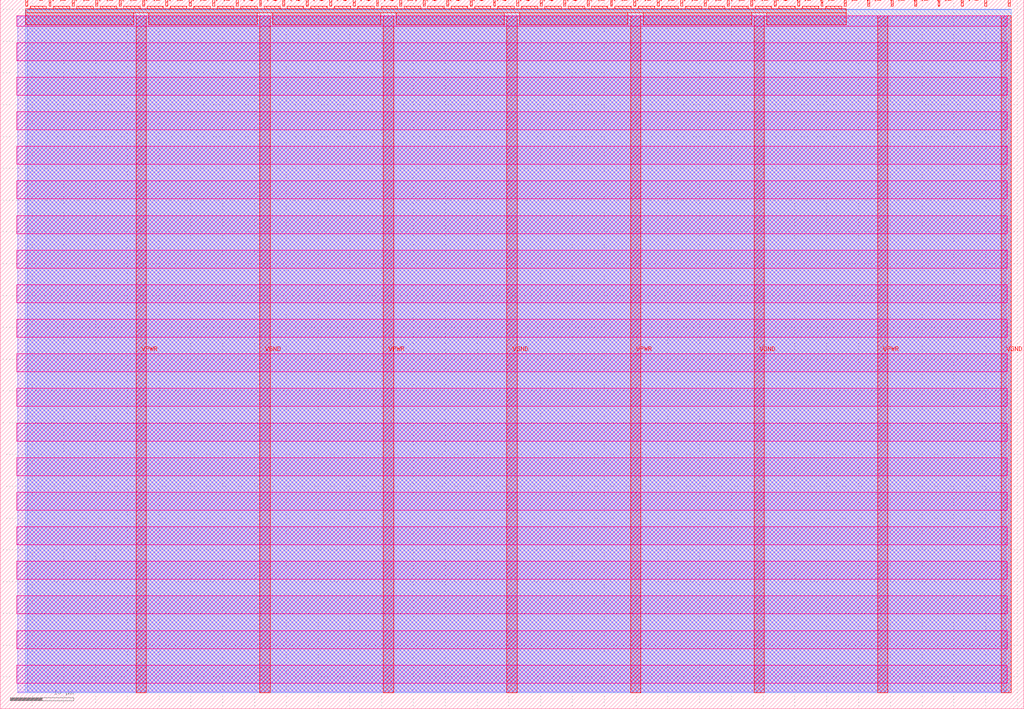
<source format=lef>
VERSION 5.7 ;
  NOWIREEXTENSIONATPIN ON ;
  DIVIDERCHAR "/" ;
  BUSBITCHARS "[]" ;
MACRO tt_um_wokwi_395054823569451009
  CLASS BLOCK ;
  FOREIGN tt_um_wokwi_395054823569451009 ;
  ORIGIN 0.000 0.000 ;
  SIZE 161.000 BY 111.520 ;
  PIN VGND
    DIRECTION INOUT ;
    USE GROUND ;
    PORT
      LAYER met4 ;
        RECT 40.830 2.480 42.430 109.040 ;
    END
    PORT
      LAYER met4 ;
        RECT 79.700 2.480 81.300 109.040 ;
    END
    PORT
      LAYER met4 ;
        RECT 118.570 2.480 120.170 109.040 ;
    END
    PORT
      LAYER met4 ;
        RECT 157.440 2.480 159.040 109.040 ;
    END
  END VGND
  PIN VPWR
    DIRECTION INOUT ;
    USE POWER ;
    PORT
      LAYER met4 ;
        RECT 21.395 2.480 22.995 109.040 ;
    END
    PORT
      LAYER met4 ;
        RECT 60.265 2.480 61.865 109.040 ;
    END
    PORT
      LAYER met4 ;
        RECT 99.135 2.480 100.735 109.040 ;
    END
    PORT
      LAYER met4 ;
        RECT 138.005 2.480 139.605 109.040 ;
    END
  END VPWR
  PIN clk
    DIRECTION INPUT ;
    USE SIGNAL ;
    PORT
      LAYER met4 ;
        RECT 154.870 110.520 155.170 111.520 ;
    END
  END clk
  PIN ena
    DIRECTION INPUT ;
    USE SIGNAL ;
    PORT
      LAYER met4 ;
        RECT 158.550 110.520 158.850 111.520 ;
    END
  END ena
  PIN rst_n
    DIRECTION INPUT ;
    USE SIGNAL ;
    PORT
      LAYER met4 ;
        RECT 151.190 110.520 151.490 111.520 ;
    END
  END rst_n
  PIN ui_in[0]
    DIRECTION INPUT ;
    USE SIGNAL ;
    PORT
      LAYER met4 ;
        RECT 147.510 110.520 147.810 111.520 ;
    END
  END ui_in[0]
  PIN ui_in[1]
    DIRECTION INPUT ;
    USE SIGNAL ;
    PORT
      LAYER met4 ;
        RECT 143.830 110.520 144.130 111.520 ;
    END
  END ui_in[1]
  PIN ui_in[2]
    DIRECTION INPUT ;
    USE SIGNAL ;
    PORT
      LAYER met4 ;
        RECT 140.150 110.520 140.450 111.520 ;
    END
  END ui_in[2]
  PIN ui_in[3]
    DIRECTION INPUT ;
    USE SIGNAL ;
    PORT
      LAYER met4 ;
        RECT 136.470 110.520 136.770 111.520 ;
    END
  END ui_in[3]
  PIN ui_in[4]
    DIRECTION INPUT ;
    USE SIGNAL ;
    ANTENNAGATEAREA 0.213000 ;
    PORT
      LAYER met4 ;
        RECT 132.790 110.520 133.090 111.520 ;
    END
  END ui_in[4]
  PIN ui_in[5]
    DIRECTION INPUT ;
    USE SIGNAL ;
    ANTENNAGATEAREA 0.213000 ;
    PORT
      LAYER met4 ;
        RECT 129.110 110.520 129.410 111.520 ;
    END
  END ui_in[5]
  PIN ui_in[6]
    DIRECTION INPUT ;
    USE SIGNAL ;
    ANTENNAGATEAREA 0.213000 ;
    PORT
      LAYER met4 ;
        RECT 125.430 110.520 125.730 111.520 ;
    END
  END ui_in[6]
  PIN ui_in[7]
    DIRECTION INPUT ;
    USE SIGNAL ;
    ANTENNAGATEAREA 0.213000 ;
    PORT
      LAYER met4 ;
        RECT 121.750 110.520 122.050 111.520 ;
    END
  END ui_in[7]
  PIN uio_in[0]
    DIRECTION INPUT ;
    USE SIGNAL ;
    PORT
      LAYER met4 ;
        RECT 118.070 110.520 118.370 111.520 ;
    END
  END uio_in[0]
  PIN uio_in[1]
    DIRECTION INPUT ;
    USE SIGNAL ;
    PORT
      LAYER met4 ;
        RECT 114.390 110.520 114.690 111.520 ;
    END
  END uio_in[1]
  PIN uio_in[2]
    DIRECTION INPUT ;
    USE SIGNAL ;
    PORT
      LAYER met4 ;
        RECT 110.710 110.520 111.010 111.520 ;
    END
  END uio_in[2]
  PIN uio_in[3]
    DIRECTION INPUT ;
    USE SIGNAL ;
    PORT
      LAYER met4 ;
        RECT 107.030 110.520 107.330 111.520 ;
    END
  END uio_in[3]
  PIN uio_in[4]
    DIRECTION INPUT ;
    USE SIGNAL ;
    PORT
      LAYER met4 ;
        RECT 103.350 110.520 103.650 111.520 ;
    END
  END uio_in[4]
  PIN uio_in[5]
    DIRECTION INPUT ;
    USE SIGNAL ;
    PORT
      LAYER met4 ;
        RECT 99.670 110.520 99.970 111.520 ;
    END
  END uio_in[5]
  PIN uio_in[6]
    DIRECTION INPUT ;
    USE SIGNAL ;
    PORT
      LAYER met4 ;
        RECT 95.990 110.520 96.290 111.520 ;
    END
  END uio_in[6]
  PIN uio_in[7]
    DIRECTION INPUT ;
    USE SIGNAL ;
    PORT
      LAYER met4 ;
        RECT 92.310 110.520 92.610 111.520 ;
    END
  END uio_in[7]
  PIN uio_oe[0]
    DIRECTION OUTPUT TRISTATE ;
    USE SIGNAL ;
    PORT
      LAYER met4 ;
        RECT 29.750 110.520 30.050 111.520 ;
    END
  END uio_oe[0]
  PIN uio_oe[1]
    DIRECTION OUTPUT TRISTATE ;
    USE SIGNAL ;
    PORT
      LAYER met4 ;
        RECT 26.070 110.520 26.370 111.520 ;
    END
  END uio_oe[1]
  PIN uio_oe[2]
    DIRECTION OUTPUT TRISTATE ;
    USE SIGNAL ;
    PORT
      LAYER met4 ;
        RECT 22.390 110.520 22.690 111.520 ;
    END
  END uio_oe[2]
  PIN uio_oe[3]
    DIRECTION OUTPUT TRISTATE ;
    USE SIGNAL ;
    PORT
      LAYER met4 ;
        RECT 18.710 110.520 19.010 111.520 ;
    END
  END uio_oe[3]
  PIN uio_oe[4]
    DIRECTION OUTPUT TRISTATE ;
    USE SIGNAL ;
    PORT
      LAYER met4 ;
        RECT 15.030 110.520 15.330 111.520 ;
    END
  END uio_oe[4]
  PIN uio_oe[5]
    DIRECTION OUTPUT TRISTATE ;
    USE SIGNAL ;
    PORT
      LAYER met4 ;
        RECT 11.350 110.520 11.650 111.520 ;
    END
  END uio_oe[5]
  PIN uio_oe[6]
    DIRECTION OUTPUT TRISTATE ;
    USE SIGNAL ;
    PORT
      LAYER met4 ;
        RECT 7.670 110.520 7.970 111.520 ;
    END
  END uio_oe[6]
  PIN uio_oe[7]
    DIRECTION OUTPUT TRISTATE ;
    USE SIGNAL ;
    PORT
      LAYER met4 ;
        RECT 3.990 110.520 4.290 111.520 ;
    END
  END uio_oe[7]
  PIN uio_out[0]
    DIRECTION OUTPUT TRISTATE ;
    USE SIGNAL ;
    PORT
      LAYER met4 ;
        RECT 59.190 110.520 59.490 111.520 ;
    END
  END uio_out[0]
  PIN uio_out[1]
    DIRECTION OUTPUT TRISTATE ;
    USE SIGNAL ;
    PORT
      LAYER met4 ;
        RECT 55.510 110.520 55.810 111.520 ;
    END
  END uio_out[1]
  PIN uio_out[2]
    DIRECTION OUTPUT TRISTATE ;
    USE SIGNAL ;
    PORT
      LAYER met4 ;
        RECT 51.830 110.520 52.130 111.520 ;
    END
  END uio_out[2]
  PIN uio_out[3]
    DIRECTION OUTPUT TRISTATE ;
    USE SIGNAL ;
    PORT
      LAYER met4 ;
        RECT 48.150 110.520 48.450 111.520 ;
    END
  END uio_out[3]
  PIN uio_out[4]
    DIRECTION OUTPUT TRISTATE ;
    USE SIGNAL ;
    PORT
      LAYER met4 ;
        RECT 44.470 110.520 44.770 111.520 ;
    END
  END uio_out[4]
  PIN uio_out[5]
    DIRECTION OUTPUT TRISTATE ;
    USE SIGNAL ;
    PORT
      LAYER met4 ;
        RECT 40.790 110.520 41.090 111.520 ;
    END
  END uio_out[5]
  PIN uio_out[6]
    DIRECTION OUTPUT TRISTATE ;
    USE SIGNAL ;
    PORT
      LAYER met4 ;
        RECT 37.110 110.520 37.410 111.520 ;
    END
  END uio_out[6]
  PIN uio_out[7]
    DIRECTION OUTPUT TRISTATE ;
    USE SIGNAL ;
    PORT
      LAYER met4 ;
        RECT 33.430 110.520 33.730 111.520 ;
    END
  END uio_out[7]
  PIN uo_out[0]
    DIRECTION OUTPUT TRISTATE ;
    USE SIGNAL ;
    PORT
      LAYER met4 ;
        RECT 88.630 110.520 88.930 111.520 ;
    END
  END uo_out[0]
  PIN uo_out[1]
    DIRECTION OUTPUT TRISTATE ;
    USE SIGNAL ;
    PORT
      LAYER met4 ;
        RECT 84.950 110.520 85.250 111.520 ;
    END
  END uo_out[1]
  PIN uo_out[2]
    DIRECTION OUTPUT TRISTATE ;
    USE SIGNAL ;
    PORT
      LAYER met4 ;
        RECT 81.270 110.520 81.570 111.520 ;
    END
  END uo_out[2]
  PIN uo_out[3]
    DIRECTION OUTPUT TRISTATE ;
    USE SIGNAL ;
    PORT
      LAYER met4 ;
        RECT 77.590 110.520 77.890 111.520 ;
    END
  END uo_out[3]
  PIN uo_out[4]
    DIRECTION OUTPUT TRISTATE ;
    USE SIGNAL ;
    ANTENNADIFFAREA 0.795200 ;
    PORT
      LAYER met4 ;
        RECT 73.910 110.520 74.210 111.520 ;
    END
  END uo_out[4]
  PIN uo_out[5]
    DIRECTION OUTPUT TRISTATE ;
    USE SIGNAL ;
    ANTENNADIFFAREA 0.795200 ;
    PORT
      LAYER met4 ;
        RECT 70.230 110.520 70.530 111.520 ;
    END
  END uo_out[5]
  PIN uo_out[6]
    DIRECTION OUTPUT TRISTATE ;
    USE SIGNAL ;
    ANTENNADIFFAREA 0.795200 ;
    PORT
      LAYER met4 ;
        RECT 66.550 110.520 66.850 111.520 ;
    END
  END uo_out[6]
  PIN uo_out[7]
    DIRECTION OUTPUT TRISTATE ;
    USE SIGNAL ;
    ANTENNADIFFAREA 0.795200 ;
    PORT
      LAYER met4 ;
        RECT 62.870 110.520 63.170 111.520 ;
    END
  END uo_out[7]
  OBS
      LAYER nwell ;
        RECT 2.570 107.385 158.430 108.990 ;
        RECT 2.570 101.945 158.430 104.775 ;
        RECT 2.570 96.505 158.430 99.335 ;
        RECT 2.570 91.065 158.430 93.895 ;
        RECT 2.570 85.625 158.430 88.455 ;
        RECT 2.570 80.185 158.430 83.015 ;
        RECT 2.570 74.745 158.430 77.575 ;
        RECT 2.570 69.305 158.430 72.135 ;
        RECT 2.570 63.865 158.430 66.695 ;
        RECT 2.570 58.425 158.430 61.255 ;
        RECT 2.570 52.985 158.430 55.815 ;
        RECT 2.570 47.545 158.430 50.375 ;
        RECT 2.570 42.105 158.430 44.935 ;
        RECT 2.570 36.665 158.430 39.495 ;
        RECT 2.570 31.225 158.430 34.055 ;
        RECT 2.570 25.785 158.430 28.615 ;
        RECT 2.570 20.345 158.430 23.175 ;
        RECT 2.570 14.905 158.430 17.735 ;
        RECT 2.570 9.465 158.430 12.295 ;
        RECT 2.570 4.025 158.430 6.855 ;
      LAYER li1 ;
        RECT 2.760 2.635 158.240 108.885 ;
      LAYER met1 ;
        RECT 2.760 2.480 159.040 109.040 ;
      LAYER met2 ;
        RECT 4.230 2.535 159.010 110.005 ;
      LAYER met3 ;
        RECT 3.950 2.555 159.030 109.985 ;
      LAYER met4 ;
        RECT 4.690 110.120 7.270 110.520 ;
        RECT 8.370 110.120 10.950 110.520 ;
        RECT 12.050 110.120 14.630 110.520 ;
        RECT 15.730 110.120 18.310 110.520 ;
        RECT 19.410 110.120 21.990 110.520 ;
        RECT 23.090 110.120 25.670 110.520 ;
        RECT 26.770 110.120 29.350 110.520 ;
        RECT 30.450 110.120 33.030 110.520 ;
        RECT 34.130 110.120 36.710 110.520 ;
        RECT 37.810 110.120 40.390 110.520 ;
        RECT 41.490 110.120 44.070 110.520 ;
        RECT 45.170 110.120 47.750 110.520 ;
        RECT 48.850 110.120 51.430 110.520 ;
        RECT 52.530 110.120 55.110 110.520 ;
        RECT 56.210 110.120 58.790 110.520 ;
        RECT 59.890 110.120 62.470 110.520 ;
        RECT 63.570 110.120 66.150 110.520 ;
        RECT 67.250 110.120 69.830 110.520 ;
        RECT 70.930 110.120 73.510 110.520 ;
        RECT 74.610 110.120 77.190 110.520 ;
        RECT 78.290 110.120 80.870 110.520 ;
        RECT 81.970 110.120 84.550 110.520 ;
        RECT 85.650 110.120 88.230 110.520 ;
        RECT 89.330 110.120 91.910 110.520 ;
        RECT 93.010 110.120 95.590 110.520 ;
        RECT 96.690 110.120 99.270 110.520 ;
        RECT 100.370 110.120 102.950 110.520 ;
        RECT 104.050 110.120 106.630 110.520 ;
        RECT 107.730 110.120 110.310 110.520 ;
        RECT 111.410 110.120 113.990 110.520 ;
        RECT 115.090 110.120 117.670 110.520 ;
        RECT 118.770 110.120 121.350 110.520 ;
        RECT 122.450 110.120 125.030 110.520 ;
        RECT 126.130 110.120 128.710 110.520 ;
        RECT 129.810 110.120 132.390 110.520 ;
        RECT 3.975 109.440 133.105 110.120 ;
        RECT 3.975 107.615 20.995 109.440 ;
        RECT 23.395 107.615 40.430 109.440 ;
        RECT 42.830 107.615 59.865 109.440 ;
        RECT 62.265 107.615 79.300 109.440 ;
        RECT 81.700 107.615 98.735 109.440 ;
        RECT 101.135 107.615 118.170 109.440 ;
        RECT 120.570 107.615 133.105 109.440 ;
  END
END tt_um_wokwi_395054823569451009
END LIBRARY


</source>
